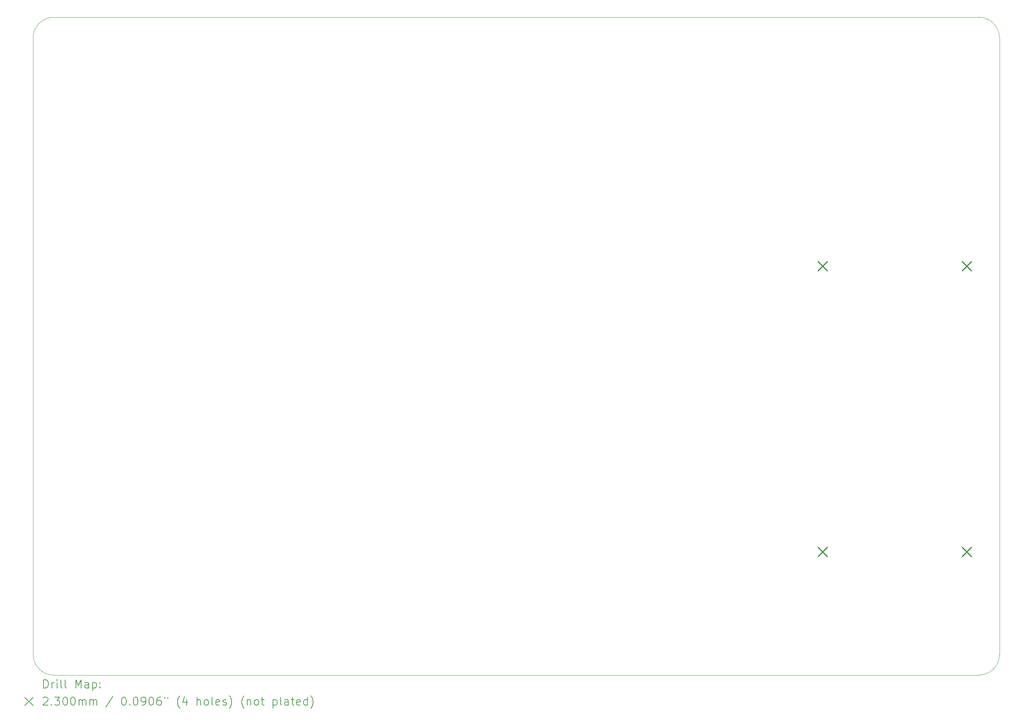
<source format=gbr>
%TF.GenerationSoftware,KiCad,Pcbnew,(6.0.11)*%
%TF.CreationDate,2024-03-24T09:47:11-04:00*%
%TF.ProjectId,input-output.Multi,696e7075-742d-46f7-9574-7075742e4d75,rev?*%
%TF.SameCoordinates,Original*%
%TF.FileFunction,Drillmap*%
%TF.FilePolarity,Positive*%
%FSLAX45Y45*%
G04 Gerber Fmt 4.5, Leading zero omitted, Abs format (unit mm)*
G04 Created by KiCad (PCBNEW (6.0.11)) date 2024-03-24 09:47:11*
%MOMM*%
%LPD*%
G01*
G04 APERTURE LIST*
%ADD10C,0.050000*%
%ADD11C,0.200000*%
%ADD12C,0.230000*%
G04 APERTURE END LIST*
D10*
X3500000Y-7500000D02*
X3500000Y-22500000D01*
X4000000Y-23000000D02*
X26500000Y-23000000D01*
X27000000Y-22500000D02*
X27000000Y-7500000D01*
X26500000Y-7000000D02*
X4000000Y-7000000D01*
X26500000Y-23000000D02*
G75*
G03*
X27000000Y-22500000I0J500000D01*
G01*
X27000000Y-7500000D02*
G75*
G03*
X26500000Y-7000000I-500000J0D01*
G01*
X3500000Y-22500000D02*
G75*
G03*
X4000000Y-23000000I500000J0D01*
G01*
X4000000Y-7000000D02*
G75*
G03*
X3500000Y-7500000I0J-500000D01*
G01*
D11*
D12*
X22585000Y-12935000D02*
X22815000Y-13165000D01*
X22815000Y-12935000D02*
X22585000Y-13165000D01*
X22585000Y-19885000D02*
X22815000Y-20115000D01*
X22815000Y-19885000D02*
X22585000Y-20115000D01*
X26085000Y-12935000D02*
X26315000Y-13165000D01*
X26315000Y-12935000D02*
X26085000Y-13165000D01*
X26085000Y-19885000D02*
X26315000Y-20115000D01*
X26315000Y-19885000D02*
X26085000Y-20115000D01*
D11*
X3755119Y-23312976D02*
X3755119Y-23112976D01*
X3802738Y-23112976D01*
X3831309Y-23122500D01*
X3850357Y-23141548D01*
X3859881Y-23160595D01*
X3869405Y-23198690D01*
X3869405Y-23227262D01*
X3859881Y-23265357D01*
X3850357Y-23284405D01*
X3831309Y-23303452D01*
X3802738Y-23312976D01*
X3755119Y-23312976D01*
X3955119Y-23312976D02*
X3955119Y-23179643D01*
X3955119Y-23217738D02*
X3964643Y-23198690D01*
X3974167Y-23189167D01*
X3993214Y-23179643D01*
X4012262Y-23179643D01*
X4078928Y-23312976D02*
X4078928Y-23179643D01*
X4078928Y-23112976D02*
X4069405Y-23122500D01*
X4078928Y-23132024D01*
X4088452Y-23122500D01*
X4078928Y-23112976D01*
X4078928Y-23132024D01*
X4202738Y-23312976D02*
X4183690Y-23303452D01*
X4174167Y-23284405D01*
X4174167Y-23112976D01*
X4307500Y-23312976D02*
X4288452Y-23303452D01*
X4278929Y-23284405D01*
X4278929Y-23112976D01*
X4536071Y-23312976D02*
X4536071Y-23112976D01*
X4602738Y-23255833D01*
X4669405Y-23112976D01*
X4669405Y-23312976D01*
X4850357Y-23312976D02*
X4850357Y-23208214D01*
X4840833Y-23189167D01*
X4821786Y-23179643D01*
X4783690Y-23179643D01*
X4764643Y-23189167D01*
X4850357Y-23303452D02*
X4831310Y-23312976D01*
X4783690Y-23312976D01*
X4764643Y-23303452D01*
X4755119Y-23284405D01*
X4755119Y-23265357D01*
X4764643Y-23246309D01*
X4783690Y-23236786D01*
X4831310Y-23236786D01*
X4850357Y-23227262D01*
X4945595Y-23179643D02*
X4945595Y-23379643D01*
X4945595Y-23189167D02*
X4964643Y-23179643D01*
X5002738Y-23179643D01*
X5021786Y-23189167D01*
X5031310Y-23198690D01*
X5040833Y-23217738D01*
X5040833Y-23274881D01*
X5031310Y-23293928D01*
X5021786Y-23303452D01*
X5002738Y-23312976D01*
X4964643Y-23312976D01*
X4945595Y-23303452D01*
X5126548Y-23293928D02*
X5136071Y-23303452D01*
X5126548Y-23312976D01*
X5117024Y-23303452D01*
X5126548Y-23293928D01*
X5126548Y-23312976D01*
X5126548Y-23189167D02*
X5136071Y-23198690D01*
X5126548Y-23208214D01*
X5117024Y-23198690D01*
X5126548Y-23189167D01*
X5126548Y-23208214D01*
X3297500Y-23542500D02*
X3497500Y-23742500D01*
X3497500Y-23542500D02*
X3297500Y-23742500D01*
X3745595Y-23552024D02*
X3755119Y-23542500D01*
X3774167Y-23532976D01*
X3821786Y-23532976D01*
X3840833Y-23542500D01*
X3850357Y-23552024D01*
X3859881Y-23571071D01*
X3859881Y-23590119D01*
X3850357Y-23618690D01*
X3736071Y-23732976D01*
X3859881Y-23732976D01*
X3945595Y-23713928D02*
X3955119Y-23723452D01*
X3945595Y-23732976D01*
X3936071Y-23723452D01*
X3945595Y-23713928D01*
X3945595Y-23732976D01*
X4021786Y-23532976D02*
X4145595Y-23532976D01*
X4078928Y-23609167D01*
X4107500Y-23609167D01*
X4126548Y-23618690D01*
X4136071Y-23628214D01*
X4145595Y-23647262D01*
X4145595Y-23694881D01*
X4136071Y-23713928D01*
X4126548Y-23723452D01*
X4107500Y-23732976D01*
X4050357Y-23732976D01*
X4031309Y-23723452D01*
X4021786Y-23713928D01*
X4269405Y-23532976D02*
X4288452Y-23532976D01*
X4307500Y-23542500D01*
X4317024Y-23552024D01*
X4326548Y-23571071D01*
X4336071Y-23609167D01*
X4336071Y-23656786D01*
X4326548Y-23694881D01*
X4317024Y-23713928D01*
X4307500Y-23723452D01*
X4288452Y-23732976D01*
X4269405Y-23732976D01*
X4250357Y-23723452D01*
X4240833Y-23713928D01*
X4231310Y-23694881D01*
X4221786Y-23656786D01*
X4221786Y-23609167D01*
X4231310Y-23571071D01*
X4240833Y-23552024D01*
X4250357Y-23542500D01*
X4269405Y-23532976D01*
X4459881Y-23532976D02*
X4478929Y-23532976D01*
X4497976Y-23542500D01*
X4507500Y-23552024D01*
X4517024Y-23571071D01*
X4526548Y-23609167D01*
X4526548Y-23656786D01*
X4517024Y-23694881D01*
X4507500Y-23713928D01*
X4497976Y-23723452D01*
X4478929Y-23732976D01*
X4459881Y-23732976D01*
X4440833Y-23723452D01*
X4431310Y-23713928D01*
X4421786Y-23694881D01*
X4412262Y-23656786D01*
X4412262Y-23609167D01*
X4421786Y-23571071D01*
X4431310Y-23552024D01*
X4440833Y-23542500D01*
X4459881Y-23532976D01*
X4612262Y-23732976D02*
X4612262Y-23599643D01*
X4612262Y-23618690D02*
X4621786Y-23609167D01*
X4640833Y-23599643D01*
X4669405Y-23599643D01*
X4688452Y-23609167D01*
X4697976Y-23628214D01*
X4697976Y-23732976D01*
X4697976Y-23628214D02*
X4707500Y-23609167D01*
X4726548Y-23599643D01*
X4755119Y-23599643D01*
X4774167Y-23609167D01*
X4783690Y-23628214D01*
X4783690Y-23732976D01*
X4878929Y-23732976D02*
X4878929Y-23599643D01*
X4878929Y-23618690D02*
X4888452Y-23609167D01*
X4907500Y-23599643D01*
X4936071Y-23599643D01*
X4955119Y-23609167D01*
X4964643Y-23628214D01*
X4964643Y-23732976D01*
X4964643Y-23628214D02*
X4974167Y-23609167D01*
X4993214Y-23599643D01*
X5021786Y-23599643D01*
X5040833Y-23609167D01*
X5050357Y-23628214D01*
X5050357Y-23732976D01*
X5440833Y-23523452D02*
X5269405Y-23780595D01*
X5697976Y-23532976D02*
X5717024Y-23532976D01*
X5736071Y-23542500D01*
X5745595Y-23552024D01*
X5755119Y-23571071D01*
X5764643Y-23609167D01*
X5764643Y-23656786D01*
X5755119Y-23694881D01*
X5745595Y-23713928D01*
X5736071Y-23723452D01*
X5717024Y-23732976D01*
X5697976Y-23732976D01*
X5678928Y-23723452D01*
X5669405Y-23713928D01*
X5659881Y-23694881D01*
X5650357Y-23656786D01*
X5650357Y-23609167D01*
X5659881Y-23571071D01*
X5669405Y-23552024D01*
X5678928Y-23542500D01*
X5697976Y-23532976D01*
X5850357Y-23713928D02*
X5859881Y-23723452D01*
X5850357Y-23732976D01*
X5840833Y-23723452D01*
X5850357Y-23713928D01*
X5850357Y-23732976D01*
X5983690Y-23532976D02*
X6002738Y-23532976D01*
X6021786Y-23542500D01*
X6031309Y-23552024D01*
X6040833Y-23571071D01*
X6050357Y-23609167D01*
X6050357Y-23656786D01*
X6040833Y-23694881D01*
X6031309Y-23713928D01*
X6021786Y-23723452D01*
X6002738Y-23732976D01*
X5983690Y-23732976D01*
X5964643Y-23723452D01*
X5955119Y-23713928D01*
X5945595Y-23694881D01*
X5936071Y-23656786D01*
X5936071Y-23609167D01*
X5945595Y-23571071D01*
X5955119Y-23552024D01*
X5964643Y-23542500D01*
X5983690Y-23532976D01*
X6145595Y-23732976D02*
X6183690Y-23732976D01*
X6202738Y-23723452D01*
X6212262Y-23713928D01*
X6231309Y-23685357D01*
X6240833Y-23647262D01*
X6240833Y-23571071D01*
X6231309Y-23552024D01*
X6221786Y-23542500D01*
X6202738Y-23532976D01*
X6164643Y-23532976D01*
X6145595Y-23542500D01*
X6136071Y-23552024D01*
X6126548Y-23571071D01*
X6126548Y-23618690D01*
X6136071Y-23637738D01*
X6145595Y-23647262D01*
X6164643Y-23656786D01*
X6202738Y-23656786D01*
X6221786Y-23647262D01*
X6231309Y-23637738D01*
X6240833Y-23618690D01*
X6364643Y-23532976D02*
X6383690Y-23532976D01*
X6402738Y-23542500D01*
X6412262Y-23552024D01*
X6421786Y-23571071D01*
X6431309Y-23609167D01*
X6431309Y-23656786D01*
X6421786Y-23694881D01*
X6412262Y-23713928D01*
X6402738Y-23723452D01*
X6383690Y-23732976D01*
X6364643Y-23732976D01*
X6345595Y-23723452D01*
X6336071Y-23713928D01*
X6326548Y-23694881D01*
X6317024Y-23656786D01*
X6317024Y-23609167D01*
X6326548Y-23571071D01*
X6336071Y-23552024D01*
X6345595Y-23542500D01*
X6364643Y-23532976D01*
X6602738Y-23532976D02*
X6564643Y-23532976D01*
X6545595Y-23542500D01*
X6536071Y-23552024D01*
X6517024Y-23580595D01*
X6507500Y-23618690D01*
X6507500Y-23694881D01*
X6517024Y-23713928D01*
X6526548Y-23723452D01*
X6545595Y-23732976D01*
X6583690Y-23732976D01*
X6602738Y-23723452D01*
X6612262Y-23713928D01*
X6621786Y-23694881D01*
X6621786Y-23647262D01*
X6612262Y-23628214D01*
X6602738Y-23618690D01*
X6583690Y-23609167D01*
X6545595Y-23609167D01*
X6526548Y-23618690D01*
X6517024Y-23628214D01*
X6507500Y-23647262D01*
X6697976Y-23532976D02*
X6697976Y-23571071D01*
X6774167Y-23532976D02*
X6774167Y-23571071D01*
X7069405Y-23809167D02*
X7059881Y-23799643D01*
X7040833Y-23771071D01*
X7031309Y-23752024D01*
X7021786Y-23723452D01*
X7012262Y-23675833D01*
X7012262Y-23637738D01*
X7021786Y-23590119D01*
X7031309Y-23561548D01*
X7040833Y-23542500D01*
X7059881Y-23513928D01*
X7069405Y-23504405D01*
X7231309Y-23599643D02*
X7231309Y-23732976D01*
X7183690Y-23523452D02*
X7136071Y-23666309D01*
X7259881Y-23666309D01*
X7488452Y-23732976D02*
X7488452Y-23532976D01*
X7574167Y-23732976D02*
X7574167Y-23628214D01*
X7564643Y-23609167D01*
X7545595Y-23599643D01*
X7517024Y-23599643D01*
X7497976Y-23609167D01*
X7488452Y-23618690D01*
X7697976Y-23732976D02*
X7678928Y-23723452D01*
X7669405Y-23713928D01*
X7659881Y-23694881D01*
X7659881Y-23637738D01*
X7669405Y-23618690D01*
X7678928Y-23609167D01*
X7697976Y-23599643D01*
X7726548Y-23599643D01*
X7745595Y-23609167D01*
X7755119Y-23618690D01*
X7764643Y-23637738D01*
X7764643Y-23694881D01*
X7755119Y-23713928D01*
X7745595Y-23723452D01*
X7726548Y-23732976D01*
X7697976Y-23732976D01*
X7878928Y-23732976D02*
X7859881Y-23723452D01*
X7850357Y-23704405D01*
X7850357Y-23532976D01*
X8031309Y-23723452D02*
X8012262Y-23732976D01*
X7974167Y-23732976D01*
X7955119Y-23723452D01*
X7945595Y-23704405D01*
X7945595Y-23628214D01*
X7955119Y-23609167D01*
X7974167Y-23599643D01*
X8012262Y-23599643D01*
X8031309Y-23609167D01*
X8040833Y-23628214D01*
X8040833Y-23647262D01*
X7945595Y-23666309D01*
X8117024Y-23723452D02*
X8136071Y-23732976D01*
X8174167Y-23732976D01*
X8193214Y-23723452D01*
X8202738Y-23704405D01*
X8202738Y-23694881D01*
X8193214Y-23675833D01*
X8174167Y-23666309D01*
X8145595Y-23666309D01*
X8126548Y-23656786D01*
X8117024Y-23637738D01*
X8117024Y-23628214D01*
X8126548Y-23609167D01*
X8145595Y-23599643D01*
X8174167Y-23599643D01*
X8193214Y-23609167D01*
X8269405Y-23809167D02*
X8278928Y-23799643D01*
X8297976Y-23771071D01*
X8307500Y-23752024D01*
X8317024Y-23723452D01*
X8326548Y-23675833D01*
X8326548Y-23637738D01*
X8317024Y-23590119D01*
X8307500Y-23561548D01*
X8297976Y-23542500D01*
X8278928Y-23513928D01*
X8269405Y-23504405D01*
X8631310Y-23809167D02*
X8621786Y-23799643D01*
X8602738Y-23771071D01*
X8593214Y-23752024D01*
X8583690Y-23723452D01*
X8574167Y-23675833D01*
X8574167Y-23637738D01*
X8583690Y-23590119D01*
X8593214Y-23561548D01*
X8602738Y-23542500D01*
X8621786Y-23513928D01*
X8631310Y-23504405D01*
X8707500Y-23599643D02*
X8707500Y-23732976D01*
X8707500Y-23618690D02*
X8717024Y-23609167D01*
X8736071Y-23599643D01*
X8764643Y-23599643D01*
X8783690Y-23609167D01*
X8793214Y-23628214D01*
X8793214Y-23732976D01*
X8917024Y-23732976D02*
X8897976Y-23723452D01*
X8888452Y-23713928D01*
X8878929Y-23694881D01*
X8878929Y-23637738D01*
X8888452Y-23618690D01*
X8897976Y-23609167D01*
X8917024Y-23599643D01*
X8945595Y-23599643D01*
X8964643Y-23609167D01*
X8974167Y-23618690D01*
X8983690Y-23637738D01*
X8983690Y-23694881D01*
X8974167Y-23713928D01*
X8964643Y-23723452D01*
X8945595Y-23732976D01*
X8917024Y-23732976D01*
X9040833Y-23599643D02*
X9117024Y-23599643D01*
X9069405Y-23532976D02*
X9069405Y-23704405D01*
X9078929Y-23723452D01*
X9097976Y-23732976D01*
X9117024Y-23732976D01*
X9336071Y-23599643D02*
X9336071Y-23799643D01*
X9336071Y-23609167D02*
X9355119Y-23599643D01*
X9393214Y-23599643D01*
X9412262Y-23609167D01*
X9421786Y-23618690D01*
X9431310Y-23637738D01*
X9431310Y-23694881D01*
X9421786Y-23713928D01*
X9412262Y-23723452D01*
X9393214Y-23732976D01*
X9355119Y-23732976D01*
X9336071Y-23723452D01*
X9545595Y-23732976D02*
X9526548Y-23723452D01*
X9517024Y-23704405D01*
X9517024Y-23532976D01*
X9707500Y-23732976D02*
X9707500Y-23628214D01*
X9697976Y-23609167D01*
X9678929Y-23599643D01*
X9640833Y-23599643D01*
X9621786Y-23609167D01*
X9707500Y-23723452D02*
X9688452Y-23732976D01*
X9640833Y-23732976D01*
X9621786Y-23723452D01*
X9612262Y-23704405D01*
X9612262Y-23685357D01*
X9621786Y-23666309D01*
X9640833Y-23656786D01*
X9688452Y-23656786D01*
X9707500Y-23647262D01*
X9774167Y-23599643D02*
X9850357Y-23599643D01*
X9802738Y-23532976D02*
X9802738Y-23704405D01*
X9812262Y-23723452D01*
X9831310Y-23732976D01*
X9850357Y-23732976D01*
X9993214Y-23723452D02*
X9974167Y-23732976D01*
X9936071Y-23732976D01*
X9917024Y-23723452D01*
X9907500Y-23704405D01*
X9907500Y-23628214D01*
X9917024Y-23609167D01*
X9936071Y-23599643D01*
X9974167Y-23599643D01*
X9993214Y-23609167D01*
X10002738Y-23628214D01*
X10002738Y-23647262D01*
X9907500Y-23666309D01*
X10174167Y-23732976D02*
X10174167Y-23532976D01*
X10174167Y-23723452D02*
X10155119Y-23732976D01*
X10117024Y-23732976D01*
X10097976Y-23723452D01*
X10088452Y-23713928D01*
X10078929Y-23694881D01*
X10078929Y-23637738D01*
X10088452Y-23618690D01*
X10097976Y-23609167D01*
X10117024Y-23599643D01*
X10155119Y-23599643D01*
X10174167Y-23609167D01*
X10250357Y-23809167D02*
X10259881Y-23799643D01*
X10278929Y-23771071D01*
X10288452Y-23752024D01*
X10297976Y-23723452D01*
X10307500Y-23675833D01*
X10307500Y-23637738D01*
X10297976Y-23590119D01*
X10288452Y-23561548D01*
X10278929Y-23542500D01*
X10259881Y-23513928D01*
X10250357Y-23504405D01*
M02*

</source>
